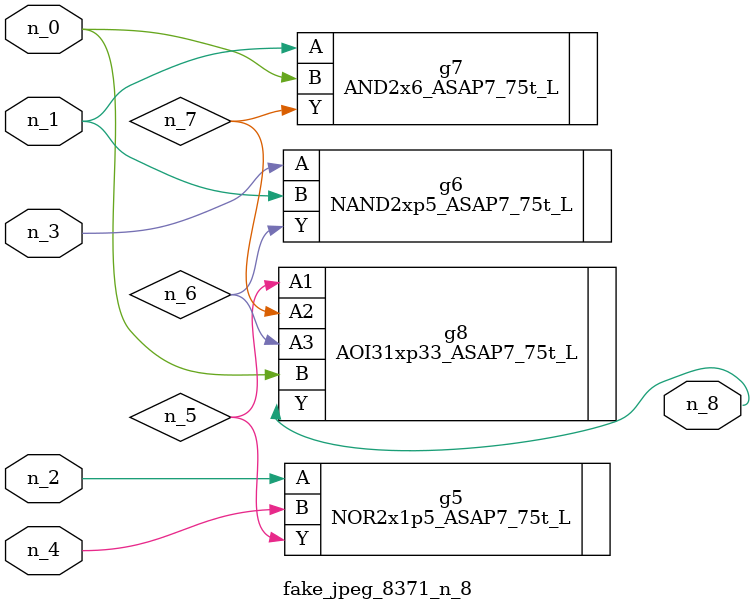
<source format=v>
module fake_jpeg_8371_n_8 (n_3, n_2, n_1, n_0, n_4, n_8);

input n_3;
input n_2;
input n_1;
input n_0;
input n_4;

output n_8;

wire n_6;
wire n_5;
wire n_7;

NOR2x1p5_ASAP7_75t_L g5 ( 
.A(n_2),
.B(n_4),
.Y(n_5)
);

NAND2xp5_ASAP7_75t_L g6 ( 
.A(n_3),
.B(n_1),
.Y(n_6)
);

AND2x6_ASAP7_75t_L g7 ( 
.A(n_1),
.B(n_0),
.Y(n_7)
);

AOI31xp33_ASAP7_75t_L g8 ( 
.A1(n_5),
.A2(n_7),
.A3(n_6),
.B(n_0),
.Y(n_8)
);


endmodule
</source>
